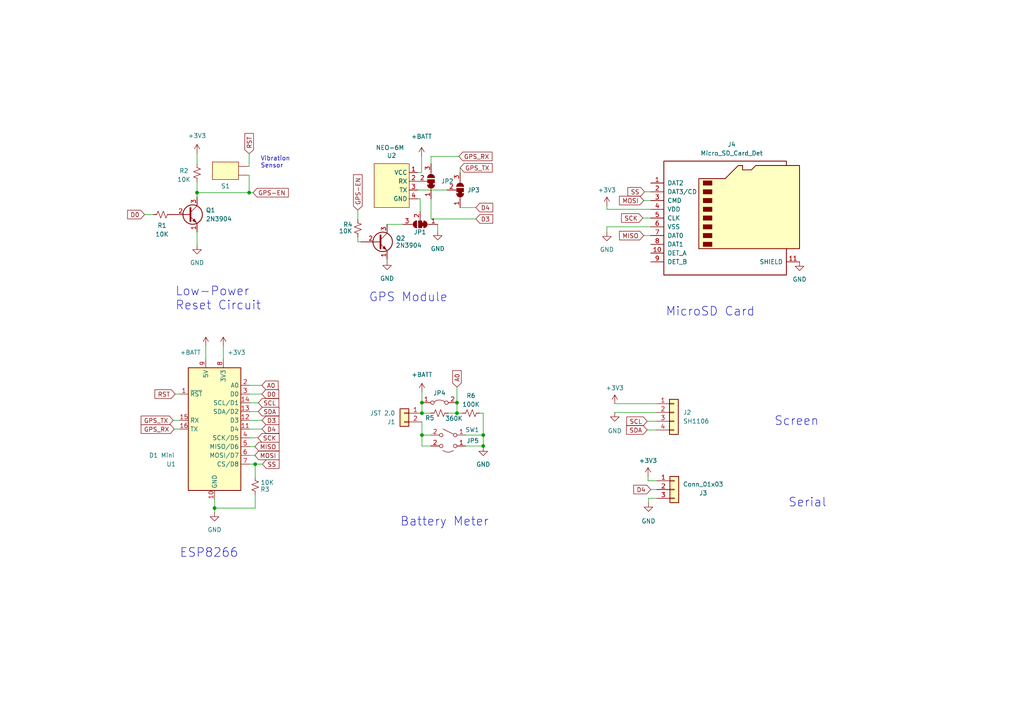
<source format=kicad_sch>
(kicad_sch (version 20211123) (generator eeschema)
  (paper "A4")
  (title_block (title "DNS DriveBy ") (rev "1.0") (company "LyndLabs"))
  (lib_symbols
    (symbol "Connector:Micro_SD_Card_Det" (pin_names (offset 1.016))
      (property "Reference" "J" (at -16.51 17.78 0))
      (property "Value" "Micro_SD_Card_Det" (at 16.51 17.78 0))
      (symbol "Micro_SD_Card_Det_0_1"
        (rectangle (start -7.62 -6.985) (end -5.08 -8.255) (fill (type outline)))
        (rectangle (start -7.62 -4.445) (end -5.08 -5.715) (fill (type outline)))
        (rectangle (start -7.62 -1.905) (end -5.08 -3.175) (fill (type outline)))
        (rectangle (start -7.62 0.635) (end -5.08 -0.635) (fill (type outline)))
        (rectangle (start -7.62 3.175) (end -5.08 1.905) (fill (type outline)))
        (rectangle (start -7.62 5.715) (end -5.08 4.445) (fill (type outline)))
        (rectangle (start -7.62 8.255) (end -5.08 6.985) (fill (type outline)))
        (rectangle (start -7.62 10.795) (end -5.08 9.525) (fill (type outline)))
        (polyline (pts (xy 16.51 15.24) (xy 16.51 16.51) (xy -19.05 16.51) (xy -19.05 -16.51) (xy 16.51 -16.51) (xy 16.51 -8.89)) (stroke (width 0.254)))
        (polyline (pts (xy -8.89 -8.89) (xy -8.89 11.43) (xy -1.27 11.43) (xy 2.54 15.24) (xy 3.81 15.24) (xy 3.81 13.97) (xy 6.35 13.97) (xy 7.62 15.24) (xy 20.32 15.24) (xy 20.32 -8.89) (xy -8.89 -8.89)) (stroke (width 0.254)) (fill (type background)))
      )
      (symbol "Micro_SD_Card_Det_1_1"
        (pin bidirectional line (at -22.86 10.16 0) (length 3.81) (name "DAT2") (number "1"))
        (pin passive line (at -22.86 -10.16 0) (length 3.81) (name "DET_A") (number "10"))
        (pin passive line (at 20.32 -12.7 180) (length 3.81) (name "SHIELD") (number "11"))
        (pin bidirectional line (at -22.86 7.62 0) (length 3.81) (name "DAT3/CD") (number "2"))
        (pin input line (at -22.86 5.08 0) (length 3.81) (name "CMD") (number "3"))
        (pin power_in line (at -22.86 2.54 0) (length 3.81) (name "VDD") (number "4"))
        (pin input line (at -22.86 0 0) (length 3.81) (name "CLK") (number "5"))
        (pin power_in line (at -22.86 -2.54 0) (length 3.81) (name "VSS") (number "6"))
        (pin bidirectional line (at -22.86 -5.08 0) (length 3.81) (name "DAT0") (number "7"))
        (pin bidirectional line (at -22.86 -7.62 0) (length 3.81) (name "DAT1") (number "8"))
        (pin passive line (at -22.86 -12.7 0) (length 3.81) (name "DET_B") (number "9"))
      )
    )
    (symbol "Connector_Generic:Conn_01x02" (pin_names (offset 1.016) hide)
      (property "Reference" "J" (at 0 2.54 0))
      (property "Value" "Conn_01x02" (at 0 -5.08 0))
      (symbol "Conn_01x02_1_1"
        (rectangle (start -1.27 -2.413) (end 0 -2.667) (stroke (width 0.1524)))
        (rectangle (start -1.27 0.127) (end 0 -0.127) (stroke (width 0.1524)))
        (rectangle (start -1.27 1.27) (end 1.27 -3.81) (stroke (width 0.254)) (fill (type background)))
        (pin passive line (at -5.08 0 0) (length 3.81) (name "Pin_1") (number "1"))
        (pin passive line (at -5.08 -2.54 0) (length 3.81) (name "Pin_2") (number "2"))
      )
    )
    (symbol "Connector_Generic:Conn_01x03" (pin_names (offset 1.016) hide)
      (property "Reference" "J" (at 0 5.08 0))
      (property "Value" "Conn_01x03" (at 0 -5.08 0))
      (symbol "Conn_01x03_1_1"
        (rectangle (start -1.27 -2.413) (end 0 -2.667) (stroke (width 0.1524)))
        (rectangle (start -1.27 0.127) (end 0 -0.127) (stroke (width 0.1524)))
        (rectangle (start -1.27 2.667) (end 0 2.413) (stroke (width 0.1524)))
        (rectangle (start -1.27 3.81) (end 1.27 -3.81) (stroke (width 0.254)) (fill (type background)))
        (pin passive line (at -5.08 2.54 0) (length 3.81) (name "Pin_1") (number "1"))
        (pin passive line (at -5.08 0 0) (length 3.81) (name "Pin_2") (number "2"))
        (pin passive line (at -5.08 -2.54 0) (length 3.81) (name "Pin_3") (number "3"))
      )
    )
    (symbol "Connector_Generic:Conn_01x04" (pin_names (offset 1.016) hide)
      (property "Reference" "J" (at 0 5.08 0))
      (property "Value" "Conn_01x04" (at 0 -7.62 0))
      (symbol "Conn_01x04_1_1"
        (rectangle (start -1.27 -4.953) (end 0 -5.207) (stroke (width 0.1524)))
        (rectangle (start -1.27 -2.413) (end 0 -2.667) (stroke (width 0.1524)))
        (rectangle (start -1.27 0.127) (end 0 -0.127) (stroke (width 0.1524)))
        (rectangle (start -1.27 2.667) (end 0 2.413) (stroke (width 0.1524)))
        (rectangle (start -1.27 3.81) (end 1.27 -6.35) (stroke (width 0.254)) (fill (type background)))
        (pin passive line (at -5.08 2.54 0) (length 3.81) (name "Pin_1") (number "1"))
        (pin passive line (at -5.08 0 0) (length 3.81) (name "Pin_2") (number "2"))
        (pin passive line (at -5.08 -2.54 0) (length 3.81) (name "Pin_3") (number "3"))
        (pin passive line (at -5.08 -5.08 0) (length 3.81) (name "Pin_4") (number "4"))
      )
    )
    (symbol "DNS-DriveBy:NEO-6M"
      (property "Reference" "U1" (at -6.35 -1.2701 90))
      (property "Value" "NEO-6M" (at -6.35 1.2699 90))
      (symbol "NEO-6M_0_1"
        (rectangle (start 6.35 5.08) (end -6.35 -5.08) (fill (type background)))
      )
      (symbol "NEO-6M_1_1"
        (pin power_in line (at -3.81 7.62 270) (length 2.54) (name "VCC") (number "1"))
        (pin input line (at -1.27 7.62 270) (length 2.54) (name "RX") (number "2"))
        (pin input line (at 1.27 7.62 270) (length 2.54) (name "TX") (number "3"))
        (pin power_in line (at 3.81 7.62 270) (length 2.54) (name "GND") (number "4"))
      )
    )
    (symbol "DNS-DriveBy:Vibration_Sensor"
      (property "Reference" "S1" (at 0 4.445 90))
      (property "Value" "Vibration Sensor" (at 16.51 0 90))
      (symbol "Vibration_Sensor_0_1"
        (rectangle (start -2.54 3.81) (end 2.54 -3.81) (fill (type background)))
      )
      (symbol "Vibration_Sensor_1_1"
        (pin input line (at -1.27 -6.35 90) (length 2.54) (name "") (number ""))
        (pin input line (at 1.27 -6.35 90) (length 2.54) (name "") (number ""))
      )
    )
    (symbol "Device:Q_NPN_EBC" (pin_names (offset 0) hide)
      (property "Reference" "Q" (at 5.08 1.27 0))
      (property "Value" "Q_NPN_EBC" (at 5.08 -1.27 0))
      (symbol "Q_NPN_EBC_0_1"
        (polyline (pts (xy 0.635 0.635) (xy 2.54 2.54)))
        (polyline (pts (xy 0.635 -0.635) (xy 2.54 -2.54) (xy 2.54 -2.54)))
        (polyline (pts (xy 0.635 1.905) (xy 0.635 -1.905) (xy 0.635 -1.905)) (stroke (width 0.508)))
        (polyline (pts (xy 1.27 -1.778) (xy 1.778 -1.27) (xy 2.286 -2.286) (xy 1.27 -1.778) (xy 1.27 -1.778)) (fill (type outline)))
        (circle (center 1.27 0) (radius 2.8194) (stroke (width 0.254)))
      )
      (symbol "Q_NPN_EBC_1_1"
        (pin passive line (at 2.54 -5.08 90) (length 2.54) (name "E") (number "1"))
        (pin passive line (at -5.08 0 0) (length 5.715) (name "B") (number "2"))
        (pin passive line (at 2.54 5.08 270) (length 2.54) (name "C") (number "3"))
      )
    )
    (symbol "Device:R_Small_US" (pin_numbers hide) (pin_names (offset 0.254) hide)
      (property "Reference" "R" (at 0.762 0.508 0))
      (property "Value" "R_Small_US" (at 0.762 -1.016 0))
      (symbol "R_Small_US_1_1"
        (polyline (pts (xy 0 0) (xy 1.016 -0.381) (xy 0 -0.762) (xy -1.016 -1.143) (xy 0 -1.524)))
        (polyline (pts (xy 0 1.524) (xy 1.016 1.143) (xy 0 0.762) (xy -1.016 0.381) (xy 0 0)))
        (pin passive line (at 0 2.54 270) (length 1.016) (name "~") (number "1"))
        (pin passive line (at 0 -2.54 90) (length 1.016) (name "~") (number "2"))
      )
    )
    (symbol "Jumper:Jumper_2_Bridged" (pin_names (offset 0) hide)
      (property "Reference" "JP" (at 0 1.905 0))
      (property "Value" "Jumper_2_Bridged" (at 0 -2.54 0))
      (symbol "Jumper_2_Bridged_0_0"
        (circle (center -2.032 0) (radius 0.508))
        (circle (center 2.032 0) (radius 0.508))
      )
      (symbol "Jumper_2_Bridged_0_1"
        (arc (start 1.524 0.254) (mid 0 0.762) (end -1.524 0.254))
      )
      (symbol "Jumper_2_Bridged_1_1"
        (pin passive line (at -5.08 0 0) (length 2.54) (name "A") (number "1"))
        (pin passive line (at 5.08 0 180) (length 2.54) (name "B") (number "2"))
      )
    )
    (symbol "Jumper:Jumper_2_Open" (pin_names (offset 0) hide)
      (property "Reference" "JP" (at 0 2.794 0))
      (property "Value" "Jumper_2_Open" (at 0 -2.286 0))
      (symbol "Jumper_2_Open_0_0"
        (circle (center -2.032 0) (radius 0.508))
        (circle (center 2.032 0) (radius 0.508))
      )
      (symbol "Jumper_2_Open_0_1"
        (arc (start 1.524 1.27) (mid 0 1.778) (end -1.524 1.27))
      )
      (symbol "Jumper_2_Open_1_1"
        (pin passive line (at -5.08 0 0) (length 2.54) (name "A") (number "1"))
        (pin passive line (at 5.08 0 180) (length 2.54) (name "B") (number "2"))
      )
    )
    (symbol "Jumper:SolderJumper_3_Bridged12" (pin_names (offset 0) hide)
      (property "Reference" "JP" (at -2.54 -2.54 0))
      (property "Value" "SolderJumper_3_Bridged12" (at 0 2.794 0))
      (symbol "SolderJumper_3_Bridged12_0_1"
        (rectangle (start -1.016 0.508) (end -0.508 -0.508) (fill (type outline)))
        (arc (start -1.016 1.016) (mid -2.032 0) (end -1.016 -1.016))
        (arc (start -1.016 1.016) (mid -2.032 0) (end -1.016 -1.016) (fill (type outline)))
        (rectangle (start -0.508 1.016) (end 0.508 -1.016) (fill (type outline)))
        (polyline (pts (xy -2.54 0) (xy -2.032 0)))
        (polyline (pts (xy -1.016 1.016) (xy -1.016 -1.016)))
        (polyline (pts (xy 0 -1.27) (xy 0 -1.016)))
        (polyline (pts (xy 1.016 1.016) (xy 1.016 -1.016)))
        (polyline (pts (xy 2.54 0) (xy 2.032 0)))
        (arc (start 1.016 -1.016) (mid 2.032 0) (end 1.016 1.016))
        (arc (start 1.016 -1.016) (mid 2.032 0) (end 1.016 1.016) (fill (type outline)))
      )
      (symbol "SolderJumper_3_Bridged12_1_1"
        (pin passive line (at -5.08 0 0) (length 2.54) (name "A") (number "1"))
        (pin passive line (at 0 -3.81 90) (length 2.54) (name "C") (number "2"))
        (pin passive line (at 5.08 0 180) (length 2.54) (name "B") (number "3"))
      )
    )
    (symbol "MCU_Module:WeMos_D1_mini"
      (property "Reference" "U" (at 3.81 19.05 0))
      (property "Value" "WeMos_D1_mini" (at 1.27 -19.05 0))
      (symbol "WeMos_D1_mini_1_1"
        (rectangle (start -7.62 17.78) (end 7.62 -17.78) (stroke (width 0.254)) (fill (type background)))
        (pin input line (at -10.16 10.16 0) (length 2.54) (name "~{RST}") (number "1"))
        (pin power_in line (at 0 -20.32 90) (length 2.54) (name "GND") (number "10"))
        (pin bidirectional line (at 10.16 0 180) (length 2.54) (name "D4") (number "11"))
        (pin bidirectional line (at 10.16 2.54 180) (length 2.54) (name "D3") (number "12"))
        (pin bidirectional line (at 10.16 5.08 180) (length 2.54) (name "SDA/D2") (number "13"))
        (pin bidirectional line (at 10.16 7.62 180) (length 2.54) (name "SCL/D1") (number "14"))
        (pin input line (at -10.16 2.54 0) (length 2.54) (name "RX") (number "15"))
        (pin output line (at -10.16 0 0) (length 2.54) (name "TX") (number "16"))
        (pin input line (at 10.16 12.7 180) (length 2.54) (name "A0") (number "2"))
        (pin bidirectional line (at 10.16 10.16 180) (length 2.54) (name "D0") (number "3"))
        (pin bidirectional line (at 10.16 -2.54 180) (length 2.54) (name "SCK/D5") (number "4"))
        (pin bidirectional line (at 10.16 -5.08 180) (length 2.54) (name "MISO/D6") (number "5"))
        (pin bidirectional line (at 10.16 -7.62 180) (length 2.54) (name "MOSI/D7") (number "6"))
        (pin bidirectional line (at 10.16 -10.16 180) (length 2.54) (name "CS/D8") (number "7"))
        (pin power_out line (at 2.54 20.32 270) (length 2.54) (name "3V3") (number "8"))
        (pin power_in line (at -2.54 20.32 270) (length 2.54) (name "5V") (number "9"))
      )
    )
    (symbol "Switch:SW_SPST" (pin_names (offset 0) hide)
      (property "Reference" "SW" (at 0 3.175 0))
      (property "Value" "SW_SPST" (at 0 -2.54 0))
      (symbol "SW_SPST_0_0"
        (circle (center -2.032 0) (radius 0.508))
        (polyline (pts (xy -1.524 0.254) (xy 1.524 1.778)))
        (circle (center 2.032 0) (radius 0.508))
      )
      (symbol "SW_SPST_1_1"
        (pin passive line (at -5.08 0 0) (length 2.54) (name "A") (number "1"))
        (pin passive line (at 5.08 0 180) (length 2.54) (name "B") (number "2"))
      )
    )
    (symbol "power:+3V3" (power) (pin_names (offset 0))
      (property "Value" "+3V3" (at 0 3.556 0))
      (symbol "+3V3_0_1"
        (polyline (pts (xy -0.762 1.27) (xy 0 2.54)))
        (polyline (pts (xy 0 0) (xy 0 2.54)))
        (polyline (pts (xy 0 2.54) (xy 0.762 1.27)))
      )
      (symbol "+3V3_1_1"
        (pin power_in line (at 0 0 90) (length 0) hide (name "+3V3") (number "1"))
      )
    )
    (symbol "power:+BATT" (power) (pin_names (offset 0))
      (property "Value" "+BATT" (at 0 3.556 0))
      (symbol "+BATT_0_1"
        (polyline (pts (xy -0.762 1.27) (xy 0 2.54)))
        (polyline (pts (xy 0 0) (xy 0 2.54)))
        (polyline (pts (xy 0 2.54) (xy 0.762 1.27)))
      )
      (symbol "+BATT_1_1"
        (pin power_in line (at 0 0 90) (length 0) hide (name "+BATT") (number "1"))
      )
    )
    (symbol "power:GND" (power) (pin_names (offset 0))
      (property "Value" "GND" (at 0 -3.81 0))
      (symbol "GND_0_1"
        (polyline (pts (xy 0 0) (xy 0 -1.27) (xy 1.27 -1.27) (xy 0 -2.54) (xy -1.27 -1.27) (xy 0 -1.27)))
      )
      (symbol "GND_1_1"
        (pin power_in line (at 0 0 270) (length 0) hide (name "GND") (number "1"))
      )
    )
  )
  (junction (at 62.23 147.3708))
  (junction (at 57.15 55.88))
  (junction (at 122.3772 119.8372))
  (junction (at 132.5372 116.7892))
  (junction (at 74.0156 134.62))
  (junction (at 72.263 55.88))
  (junction (at 132.5372 119.8372))
  (junction (at 122.3772 126.1872))
  (junction (at 140.1572 129.3622))
  (junction (at 140.1572 126.1872))
  (junction (at 122.3772 116.7892))
  (wire (pts (xy 121.2088 57.658) (xy 121.8692 57.658)))
  (wire (pts (xy 71.755 48.26) (xy 72.263 48.26)))
  (wire (pts (xy 139.1412 119.8372) (xy 140.1572 119.8372)))
  (wire (pts (xy 176.022 59.69) (xy 176.022 60.706)))
  (wire (pts (xy 62.23 144.78) (xy 62.23 147.3708)))
  (wire (pts (xy 186.69 58.166) (xy 188.722 58.166)))
  (wire (pts (xy 129.9972 119.8372) (xy 132.5372 119.8372)))
  (wire (pts (xy 72.263 50.8) (xy 72.263 55.88)))
  (wire (pts (xy 112.268 75.2348) (xy 112.268 75.692)))
  (wire (pts (xy 62.23 147.3708) (xy 62.23 148.59)))
  (wire (pts (xy 72.39 124.46) (xy 75.9968 124.46)))
  (wire (pts (xy 186.944 55.626) (xy 188.722 55.626)))
  (wire (pts (xy 50.8 114.3) (xy 52.07 114.3)))
  (wire (pts (xy 57.15 67.31) (xy 57.15 71.12)))
  (wire (pts (xy 103.7844 60.9092) (xy 103.7844 63.6524)))
  (wire (pts (xy 71.755 50.8) (xy 72.263 50.8)))
  (wire (pts (xy 178.308 117.094) (xy 190.373 117.094)))
  (wire (pts (xy 133.4516 48.6664) (xy 133.4516 50.038)))
  (wire (pts (xy 112.268 65.0748) (xy 116.7892 65.0748)))
  (wire (pts (xy 57.15 55.88) (xy 57.15 57.15)))
  (wire (pts (xy 122.3772 129.3622) (xy 122.3772 126.1872)))
  (wire (pts (xy 74.0156 143.4592) (xy 74.0156 147.3708)))
  (wire (pts (xy 133.096 45.3644) (xy 125.0188 45.3644)))
  (wire (pts (xy 132.5372 112.2172) (xy 132.5372 116.7892)))
  (wire (pts (xy 188.087 145.796) (xy 188.087 144.526)))
  (wire (pts (xy 135.0772 129.3622) (xy 140.1572 129.3622)))
  (wire (pts (xy 64.77 100.33) (xy 64.77 104.14)))
  (wire (pts (xy 176.022 60.706) (xy 188.722 60.706)))
  (wire (pts (xy 186.436 63.246) (xy 188.722 63.246)))
  (wire (pts (xy 176.022 65.786) (xy 188.722 65.786)))
  (wire (pts (xy 74.0156 134.62) (xy 76.0984 134.62)))
  (wire (pts (xy 72.263 48.26) (xy 72.263 44.577)))
  (wire (pts (xy 72.39 127) (xy 74.7776 127)))
  (wire (pts (xy 125.0188 45.3644) (xy 125.0188 47.498)))
  (wire (pts (xy 57.15 52.705) (xy 57.15 55.88)))
  (wire (pts (xy 72.39 114.3) (xy 75.946 114.3)))
  (wire (pts (xy 188.087 144.526) (xy 190.5 144.526)))
  (wire (pts (xy 126.9492 67.056) (xy 126.9492 65.0748)))
  (wire (pts (xy 74.0156 134.62) (xy 74.0156 138.3792)))
  (wire (pts (xy 122.2756 45.3136) (xy 122.2756 50.038)))
  (wire (pts (xy 138.0236 63.5) (xy 125.0188 63.5)))
  (wire (pts (xy 124.9172 129.3622) (xy 122.3772 129.3622)))
  (wire (pts (xy 132.5372 119.8372) (xy 134.0612 119.8372)))
  (wire (pts (xy 57.15 55.88) (xy 72.263 55.88)))
  (wire (pts (xy 50.2412 121.92) (xy 52.07 121.92)))
  (wire (pts (xy 140.1572 129.3622) (xy 140.1572 129.6162)))
  (wire (pts (xy 176.022 67.31) (xy 176.022 65.786)))
  (wire (pts (xy 178.308 119.634) (xy 190.373 119.634)))
  (wire (pts (xy 138.0236 60.198) (xy 133.4516 60.198)))
  (wire (pts (xy 57.15 44.45) (xy 57.15 47.625)))
  (wire (pts (xy 50.546 124.46) (xy 52.07 124.46)))
  (wire (pts (xy 72.39 119.38) (xy 74.93 119.38)))
  (wire (pts (xy 188.722 141.986) (xy 190.5 141.986)))
  (wire (pts (xy 72.39 129.54) (xy 73.914 129.54)))
  (wire (pts (xy 122.3772 126.1872) (xy 124.9172 126.1872)))
  (wire (pts (xy 103.7844 68.7324) (xy 103.7844 70.1548)))
  (wire (pts (xy 140.1572 126.1872) (xy 140.1572 129.3622)))
  (wire (pts (xy 122.2756 50.038) (xy 121.2088 50.038)))
  (wire (pts (xy 121.8692 61.2648) (xy 121.8692 57.658)))
  (wire (pts (xy 72.39 132.08) (xy 73.914 132.08)))
  (wire (pts (xy 72.39 116.84) (xy 74.93 116.84)))
  (wire (pts (xy 74.0156 147.3708) (xy 62.23 147.3708)))
  (wire (pts (xy 72.39 134.62) (xy 74.0156 134.62)))
  (wire (pts (xy 122.3772 113.7412) (xy 122.3772 116.7892)))
  (wire (pts (xy 122.3772 116.7892) (xy 122.3772 119.8372)))
  (wire (pts (xy 132.5372 116.7892) (xy 132.5372 119.8372)))
  (wire (pts (xy 122.3772 119.8372) (xy 124.9172 119.8372)))
  (wire (pts (xy 187.96 139.446) (xy 190.5 139.446)))
  (wire (pts (xy 186.69 68.326) (xy 188.722 68.326)))
  (wire (pts (xy 72.263 55.88) (xy 73.406 55.88)))
  (wire (pts (xy 72.39 121.92) (xy 75.9968 121.92)))
  (wire (pts (xy 72.39 111.76) (xy 75.946 111.76)))
  (wire (pts (xy 125.0188 63.5) (xy 125.0188 57.658)))
  (wire (pts (xy 140.1572 119.8372) (xy 140.1572 126.1872)))
  (wire (pts (xy 187.706 124.714) (xy 190.373 124.714)))
  (wire (pts (xy 59.69 100.33) (xy 59.69 104.14)))
  (wire (pts (xy 122.3772 122.3772) (xy 122.3772 126.1872)))
  (wire (pts (xy 187.96 139.446) (xy 187.96 138.176)))
  (wire (pts (xy 135.0772 126.1872) (xy 140.1572 126.1872)))
  (wire (pts (xy 41.91 62.23) (xy 44.45 62.23)))
  (wire (pts (xy 103.7844 70.1548) (xy 104.648 70.1548)))
  (wire (pts (xy 187.706 122.174) (xy 190.373 122.174)))
  (wire (pts (xy 129.6416 55.118) (xy 121.2088 55.118)))
  (text "ESP8266\n" (at 52.07 161.925 0) (effects (font (size 2.54 2.54)) (justify left bottom)))
  (text "Screen\n" (at 224.536 123.698 0) (effects (font (size 2.54 2.54)) (justify left bottom)))
  (text "MicroSD Card\n" (at 193.04 91.948 0) (effects (font (size 2.54 2.54)) (justify left bottom)))
  (text "Vibration \nSensor\n" (at 75.565 48.895 0) (effects (font (size 1.27 1.27)) (justify left bottom)))
  (text "Battery Meter" (at 116.0272 152.8572 0) (effects (font (size 2.54 2.54)) (justify left bottom)))
  (text "GPS Module\n" (at 106.9594 87.8078 0) (effects (font (size 2.54 2.54)) (justify left bottom)))
  (text "Low-Power \nReset Circuit" (at 50.8 90.17 0) (effects (font (size 2.54 2.54)) (justify left bottom)))
  (text "Serial\n" (at 228.6 147.32 0) (effects (font (size 2.54 2.54)) (justify left bottom)))
  (global_label "GPS_TX" (shape input) (at 50.2412 121.92 180) (property "Intersheet References" "${INTERSHEET_REFS}" (effects hide)))
  (global_label "D4" (shape input) (at 188.722 141.986 180) (property "Intersheet References" "${INTERSHEET_REFS}" (effects hide)))
  (global_label "GPS-EN" (shape input) (at 103.7844 60.9092 90) (property "Intersheet References" "${INTERSHEET_REFS}" (effects hide)))
  (global_label "SS" (shape input) (at 76.0984 134.62 0) (property "Intersheet References" "${INTERSHEET_REFS}" (effects hide)))
  (global_label "A0" (shape input) (at 132.5372 112.2172 90) (property "Intersheet References" "${INTERSHEET_REFS}" (effects hide)))
  (global_label "D0" (shape input) (at 75.946 114.3 0) (property "Intersheet References" "${INTERSHEET_REFS}" (effects hide)))
  (global_label "RST" (shape input) (at 50.8 114.3 180) (property "Intersheet References" "${INTERSHEET_REFS}" (effects hide)))
  (global_label "MOSI" (shape input) (at 73.914 132.08 0) (property "Intersheet References" "${INTERSHEET_REFS}" (effects hide)))
  (global_label "A0" (shape input) (at 75.946 111.76 0) (property "Intersheet References" "${INTERSHEET_REFS}" (effects hide)))
  (global_label "SCL" (shape input) (at 187.706 122.174 180) (property "Intersheet References" "${INTERSHEET_REFS}" (effects hide)))
  (global_label "SCK" (shape input) (at 74.7776 127 0) (property "Intersheet References" "${INTERSHEET_REFS}" (effects hide)))
  (global_label "GPS-EN" (shape input) (at 73.406 55.88 0) (property "Intersheet References" "${INTERSHEET_REFS}" (effects hide)))
  (global_label "MISO" (shape input) (at 73.914 129.54 0) (property "Intersheet References" "${INTERSHEET_REFS}" (effects hide)))
  (global_label "D3" (shape input) (at 138.0236 63.5 0) (property "Intersheet References" "${INTERSHEET_REFS}" (effects hide)))
  (global_label "GPS_RX" (shape input) (at 50.546 124.46 180) (property "Intersheet References" "${INTERSHEET_REFS}" (effects hide)))
  (global_label "D4" (shape input) (at 75.9968 124.46 0) (property "Intersheet References" "${INTERSHEET_REFS}" (effects hide)))
  (global_label "SDA" (shape input) (at 74.93 119.38 0) (property "Intersheet References" "${INTERSHEET_REFS}" (effects hide)))
  (global_label "GPS_TX" (shape input) (at 133.4516 48.6664 0) (property "Intersheet References" "${INTERSHEET_REFS}" (effects hide)))
  (global_label "MOSI" (shape input) (at 186.69 58.166 180) (property "Intersheet References" "${INTERSHEET_REFS}" (effects hide)))
  (global_label "D4" (shape input) (at 138.0236 60.198 0) (property "Intersheet References" "${INTERSHEET_REFS}" (effects hide)))
  (global_label "SDA" (shape input) (at 187.706 124.714 180) (property "Intersheet References" "${INTERSHEET_REFS}" (effects hide)))
  (global_label "MISO" (shape input) (at 186.69 68.326 180) (property "Intersheet References" "${INTERSHEET_REFS}" (effects hide)))
  (global_label "SCL" (shape input) (at 74.93 116.84 0) (property "Intersheet References" "${INTERSHEET_REFS}" (effects hide)))
  (global_label "RST" (shape input) (at 72.263 44.577 90) (property "Intersheet References" "${INTERSHEET_REFS}" (effects hide)))
  (global_label "D0" (shape input) (at 41.91 62.23 180) (property "Intersheet References" "${INTERSHEET_REFS}" (effects hide)))
  (global_label "GPS_RX" (shape input) (at 133.096 45.3644 0) (property "Intersheet References" "${INTERSHEET_REFS}" (effects hide)))
  (global_label "SS" (shape input) (at 186.944 55.626 180) (property "Intersheet References" "${INTERSHEET_REFS}" (effects hide)))
  (global_label "D3" (shape input) (at 75.9968 121.92 0) (property "Intersheet References" "${INTERSHEET_REFS}" (effects hide)))
  (global_label "SCK" (shape input) (at 186.436 63.246 180) (property "Intersheet References" "${INTERSHEET_REFS}" (effects hide)))
  (symbol (lib_id "power:+3V3") (at 57.15 44.45 0) (unit 1)
    (property "Reference" "#PWR01" (effects hide))
    (property "Value" "+3V3" (at 57.15 39.37 0))
  )
  (symbol (lib_id "Device:R_Small_US") (at 136.6012 119.8372 90) (unit 1)
    (property "Reference" "R6" (at 136.6012 114.7572 90))
    (property "Value" "100K" (at 136.6012 117.2972 90))
    (property "Footprint" "Resistor_THT:R_Axial_DIN0207_L6.3mm_D2.5mm_P7.62mm_Horizontal" (effects hide))
  )
  (symbol (lib_id "power:+3V3") (at 176.022 59.69 0) (unit 1)
    (property "Reference" "#PWR011" (effects hide))
    (property "Value" "+3V3" (at 176.022 55.118 0))
  )
  (symbol (lib_id "power:+3V3") (at 187.96 138.176 0) (unit 1)
    (property "Reference" "#PWR013" (effects hide))
    (property "Value" "+3V3" (at 187.96 133.604 0))
  )
  (symbol (lib_id "Jumper:Jumper_2_Open") (at 129.9972 129.3622 180) (unit 1)
    (property "Reference" "JP5" (at 137.1092 127.8382 0))
    (property "Value" "Jumper_2_Open" (effects hide))
    (property "Footprint" "Jumper:SolderJumper-2_P1.3mm_Open_Pad1.0x1.5mm" (effects hide))
  )
  (symbol (lib_id "Device:Q_NPN_EBC") (at 54.61 62.23 0) (unit 1)
    (property "Reference" "Q1" (at 59.69 60.9599 0) (effects (justify left)))
    (property "Value" "2N3904" (at 59.69 63.4999 0) (effects (justify left)))
    (property "Footprint" "Package_TO_SOT_THT:TO-92L_Inline_Wide" (effects hide))
  )
  (symbol (lib_id "Connector:Micro_SD_Card_Det") (at 211.582 63.246 0) (unit 1)
    (property "Reference" "J4" (at 212.217 41.91 0))
    (property "Value" "Micro_SD_Card_Det" (at 212.217 44.45 0))
    (property "Footprint" "DNS-DriveBy:MicroSD" (effects hide))
    (property "Datasheet" "https://www.hirose.com/product/en/download_file/key_name/DM3/category/Catalog/doc_file_id/49662/?file_category_id=4&item_id=195&is_series=1" (effects hide))
  )
  (symbol (lib_id "MCU_Module:WeMos_D1_mini") (at 62.23 124.46 0) (unit 1)
    (property "Reference" "U1" (at 48.26 134.62 0) (effects (justify left)))
    (property "Value" "D1 Mini" (at 43.18 132.08 0) (effects (justify left)))
    (property "Footprint" "Module:WEMOS_D1_mini_light" (effects hide))
    (property "Datasheet" "https://wiki.wemos.cc/products:d1:d1_mini#documentation" (effects hide))
  )
  (symbol (lib_id "power:GND") (at 112.268 75.692 0) (unit 1)
    (property "Reference" "#PWR09" (effects hide))
    (property "Value" "GND" (at 112.268 80.772 0))
  )
  (symbol (lib_id "power:GND") (at 57.15 71.12 0) (unit 1)
    (property "Reference" "#PWR02" (effects hide))
    (property "Value" "GND" (at 57.15 76.2 0))
  )
  (symbol (lib_id "Jumper:SolderJumper_3_Bridged12") (at 125.0188 52.578 270) (mirror x) (unit 1)
    (property "Reference" "JP2" (at 127.9144 52.5779 90) (effects (justify left)))
    (property "Value" "SolderJumper_3_Bridged12" (effects hide))
    (property "Footprint" "Jumper:SolderJumper-3_P1.3mm_Bridged12_Pad1.0x1.5mm" (effects hide))
  )
  (symbol (lib_id "power:GND") (at 140.1572 129.6162 0) (unit 1)
    (property "Reference" "#PWR010" (effects hide))
    (property "Value" "GND" (at 140.1572 134.6962 0))
  )
  (symbol (lib_id "Device:R_Small_US") (at 127.4572 119.8372 90) (unit 1)
    (property "Reference" "R5" (at 124.6632 121.2342 90))
    (property "Value" "360K" (at 131.6482 121.3612 90))
    (property "Footprint" "Resistor_THT:R_Axial_DIN0207_L6.3mm_D2.5mm_P7.62mm_Horizontal" (effects hide))
  )
  (symbol (lib_id "power:GND") (at 188.087 145.796 0) (unit 1)
    (property "Reference" "#PWR014" (effects hide))
    (property "Value" "GND" (at 188.087 151.13 0))
  )
  (symbol (lib_id "power:GND") (at 231.902 75.946 0) (unit 1)
    (property "Reference" "#PWR0102" (effects hide))
    (property "Value" "GND" (at 231.902 81.026 0))
  )
  (symbol (lib_id "Jumper:SolderJumper_3_Bridged12") (at 121.8692 65.0748 180) (unit 1)
    (property "Reference" "JP1" (at 121.8184 67.31 0))
    (property "Value" "SolderJumper_3_Bridged12" (effects hide))
    (property "Footprint" "Jumper:SolderJumper-3_P1.3mm_Bridged12_Pad1.0x1.5mm" (effects hide))
  )
  (symbol (lib_id "Jumper:SolderJumper_3_Bridged12") (at 133.4516 55.118 270) (mirror x) (unit 1)
    (property "Reference" "JP3" (at 135.5344 55.1179 90) (effects (justify left)))
    (property "Value" "SolderJumper_3_Bridged12" (effects hide))
    (property "Footprint" "Jumper:SolderJumper-3_P1.3mm_Bridged12_Pad1.0x1.5mm" (effects hide))
  )
  (symbol (lib_id "Jumper:Jumper_2_Bridged") (at 127.4572 116.7892 0) (unit 1)
    (property "Reference" "JP4" (at 127.4572 113.9952 0))
    (property "Value" "Jumper_2_Bridged" (effects hide))
    (property "Footprint" "Jumper:SolderJumper-2_P1.3mm_Bridged_Pad1.0x1.5mm" (effects hide))
  )
  (symbol (lib_id "Connector_Generic:Conn_01x03") (at 195.58 141.986 0) (unit 1)
    (property "Reference" "J3" (at 203.962 143.002 0))
    (property "Value" "Conn_01x03" (at 203.962 140.462 0))
    (property "Footprint" "Connector_PinHeader_2.54mm:PinHeader_1x03_P2.54mm_Vertical" (effects hide))
  )
  (symbol (lib_id "Device:R_Small_US") (at 74.0156 140.9192 0) (unit 1)
    (property "Reference" "R3" (at 76.8604 141.9352 0))
    (property "Value" "10K" (at 77.5208 139.954 0))
    (property "Footprint" "Resistor_THT:R_Axial_DIN0207_L6.3mm_D2.5mm_P7.62mm_Horizontal" (effects hide))
  )
  (symbol (lib_id "Device:R_Small_US") (at 46.99 62.23 90) (unit 1)
    (property "Reference" "R1" (at 46.99 65.405 90))
    (property "Value" "10K" (at 46.99 67.945 90))
    (property "Footprint" "Resistor_THT:R_Axial_DIN0207_L6.3mm_D2.5mm_P7.62mm_Horizontal" (effects hide))
  )
  (symbol (lib_id "power:+BATT") (at 59.69 100.33 0) (unit 1)
    (property "Reference" "#PWR03" (effects hide))
    (property "Value" "+BATT" (at 55.245 102.235 0))
  )
  (symbol (lib_id "power:GND") (at 126.9492 67.056 0) (unit 1)
    (property "Reference" "#PWR0101" (effects hide))
    (property "Value" "GND" (at 126.9492 72.136 0))
  )
  (symbol (lib_id "Connector_Generic:Conn_01x04") (at 195.453 119.634 0) (unit 1)
    (property "Reference" "J2" (at 198.12 119.6339 0) (effects (justify left)))
    (property "Value" "SH1106" (at 198.12 122.1739 0) (effects (justify left)))
    (property "Footprint" "Connector_PinHeader_2.54mm:PinHeader_1x04_P2.54mm_Vertical" (effects hide))
  )
  (symbol (lib_id "power:GND") (at 178.308 119.634 0) (unit 1)
    (property "Reference" "#PWR016" (effects hide))
    (property "Value" "GND" (at 178.308 124.968 0))
  )
  (symbol (lib_id "power:+BATT") (at 122.3772 113.7412 0) (unit 1)
    (property "Reference" "#PWR07" (effects hide))
    (property "Value" "+BATT" (at 122.3772 108.6612 0))
  )
  (symbol (lib_id "Device:R_Small_US") (at 57.15 50.165 180) (unit 1)
    (property "Reference" "R2" (at 53.34 49.53 0))
    (property "Value" "10K" (at 53.34 52.07 0))
    (property "Footprint" "Resistor_THT:R_Axial_DIN0207_L6.3mm_D2.5mm_P7.62mm_Horizontal" (effects hide))
  )
  (symbol (lib_id "DNS-DriveBy:NEO-6M") (at 113.5888 53.848 270) (unit 1)
    (property "Reference" "U2" (at 114.9604 45.1104 90) (effects (justify right)))
    (property "Value" "NEO-6M" (at 117.2464 42.8244 90) (effects (justify right)))
    (property "Footprint" "DNS-DriveBy:NEO-6M GPS" (effects hide))
  )
  (symbol (lib_id "power:+3V3") (at 178.308 117.094 0) (unit 1)
    (property "Reference" "#PWR015" (effects hide))
    (property "Value" "+3V3" (at 178.308 112.522 0))
  )
  (symbol (lib_id "power:+BATT") (at 122.2756 45.3136 0) (unit 1)
    (property "Reference" "#PWR08" (effects hide))
    (property "Value" "+BATT" (at 122.2756 39.5986 0))
  )
  (symbol (lib_id "Device:R_Small_US") (at 103.7844 66.1924 180) (unit 1)
    (property "Reference" "R4" (at 100.8888 65.1256 0))
    (property "Value" "10K" (at 100.2284 67.0052 0))
    (property "Footprint" "Resistor_THT:R_Axial_DIN0207_L6.3mm_D2.5mm_P7.62mm_Horizontal" (effects hide))
  )
  (symbol (lib_id "power:GND") (at 62.23 148.59 0) (unit 1)
    (property "Reference" "#PWR04" (effects hide))
    (property "Value" "GND" (at 62.23 153.67 0))
  )
  (symbol (lib_id "Switch:SW_SPST") (at 129.9972 126.1872 0) (mirror y) (unit 1)
    (property "Reference" "SW1" (at 136.9822 124.6632 0))
    (property "Value" "SW_SPST" (effects hide))
    (property "Footprint" "Button_Switch_THT:SW_CuK_JS202011CQN_DPDT_Straight" (effects hide))
  )
  (symbol (lib_id "power:GND") (at 176.022 67.31 0) (unit 1)
    (property "Reference" "#PWR012" (effects hide))
    (property "Value" "GND" (at 176.022 72.39 0))
  )
  (symbol (lib_id "Device:Q_NPN_EBC") (at 109.728 70.1548 0) (unit 1)
    (property "Reference" "Q2" (at 114.808 69.1388 0) (effects (justify left)))
    (property "Value" "2N3904" (at 114.7572 71.1708 0) (effects (justify left)))
    (property "Footprint" "Package_TO_SOT_THT:TO-92L_Inline_Wide" (effects hide))
  )
  (symbol (lib_id "Connector_Generic:Conn_01x02") (at 117.2972 119.8372 0) (mirror y) (unit 1)
    (property "Reference" "J1" (at 113.4872 122.3772 0))
    (property "Value" "JST 2.0" (at 110.9472 119.8372 0))
    (property "Footprint" "Connector_JST:JST_PH_S2B-PH-SM4-TB_1x02-1MP_P2.00mm_Horizontal" (effects hide))
  )
  (symbol (lib_id "DNS-DriveBy:Vibration_Sensor") (at 65.405 49.53 90) (unit 1)
    (property "Reference" "S1" (at 65.405 53.975 90))
    (property "Value" "Vibration" (effects hide))
    (property "Footprint" "DNS-DriveBy:Vibration Sensor" (effects hide))
  )
  (symbol (lib_id "power:+3V3") (at 64.77 100.33 0) (unit 1)
    (property "Reference" "#PWR05" (effects hide))
    (property "Value" "+3V3" (at 68.58 102.235 0))
  )
)
</source>
